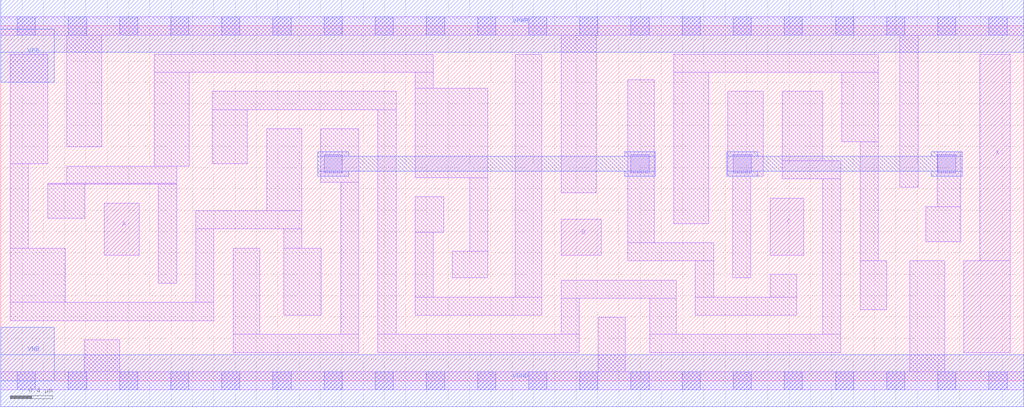
<source format=lef>
# Copyright 2020 The SkyWater PDK Authors
#
# Licensed under the Apache License, Version 2.0 (the "License");
# you may not use this file except in compliance with the License.
# You may obtain a copy of the License at
#
#     https://www.apache.org/licenses/LICENSE-2.0
#
# Unless required by applicable law or agreed to in writing, software
# distributed under the License is distributed on an "AS IS" BASIS,
# WITHOUT WARRANTIES OR CONDITIONS OF ANY KIND, either express or implied.
# See the License for the specific language governing permissions and
# limitations under the License.
#
# SPDX-License-Identifier: Apache-2.0

VERSION 5.5 ;
NAMESCASESENSITIVE ON ;
BUSBITCHARS "[]" ;
DIVIDERCHAR "/" ;
MACRO sky130_fd_sc_lp__xor3_1
  CLASS CORE ;
  SOURCE USER ;
  ORIGIN  0.000000  0.000000 ;
  SIZE  9.600000 BY  3.330000 ;
  SYMMETRY X Y R90 ;
  SITE unit ;
  PIN A
    ANTENNAGATEAREA  0.246000 ;
    DIRECTION INPUT ;
    USE SIGNAL ;
    PORT
      LAYER li1 ;
        RECT 0.970000 1.180000 1.300000 1.665000 ;
    END
  END A
  PIN B
    ANTENNAGATEAREA  0.729000 ;
    DIRECTION INPUT ;
    USE SIGNAL ;
    PORT
      LAYER li1 ;
        RECT 5.260000 1.180000 5.635000 1.515000 ;
    END
  END B
  PIN C
    ANTENNAGATEAREA  0.381000 ;
    DIRECTION INPUT ;
    USE SIGNAL ;
    PORT
      LAYER li1 ;
        RECT 7.220000 1.180000 7.535000 1.715000 ;
    END
  END C
  PIN X
    ANTENNADIFFAREA  0.598500 ;
    DIRECTION OUTPUT ;
    USE SIGNAL ;
    PORT
      LAYER li1 ;
        RECT 9.040000 0.265000 9.475000 1.125000 ;
        RECT 9.190000 1.125000 9.475000 3.065000 ;
    END
  END X
  PIN VGND
    DIRECTION INOUT ;
    USE GROUND ;
    PORT
      LAYER met1 ;
        RECT 0.000000 -0.245000 9.600000 0.245000 ;
    END
  END VGND
  PIN VNB
    DIRECTION INOUT ;
    USE GROUND ;
    PORT
      LAYER met1 ;
        RECT 0.000000 0.000000 0.500000 0.500000 ;
    END
  END VNB
  PIN VPB
    DIRECTION INOUT ;
    USE POWER ;
    PORT
      LAYER met1 ;
        RECT 0.000000 2.800000 0.500000 3.300000 ;
    END
  END VPB
  PIN VPWR
    DIRECTION INOUT ;
    USE POWER ;
    PORT
      LAYER met1 ;
        RECT 0.000000 3.085000 9.600000 3.575000 ;
    END
  END VPWR
  OBS
    LAYER li1 ;
      RECT 0.000000 -0.085000 9.600000 0.085000 ;
      RECT 0.000000  3.245000 9.600000 3.415000 ;
      RECT 0.090000  0.565000 2.000000 0.735000 ;
      RECT 0.090000  0.735000 0.605000 1.245000 ;
      RECT 0.090000  1.245000 0.260000 2.035000 ;
      RECT 0.090000  2.035000 0.440000 3.065000 ;
      RECT 0.440000  1.525000 0.790000 1.845000 ;
      RECT 0.440000  1.845000 1.650000 1.855000 ;
      RECT 0.620000  1.855000 1.650000 2.015000 ;
      RECT 0.620000  2.195000 0.950000 3.245000 ;
      RECT 0.785000  0.085000 1.115000 0.385000 ;
      RECT 1.440000  2.015000 1.770000 2.895000 ;
      RECT 1.440000  2.895000 4.060000 3.065000 ;
      RECT 1.480000  0.915000 1.650000 1.845000 ;
      RECT 1.830000  0.735000 2.000000 1.425000 ;
      RECT 1.830000  1.425000 2.825000 1.595000 ;
      RECT 1.985000  2.035000 2.315000 2.545000 ;
      RECT 1.985000  2.545000 3.710000 2.715000 ;
      RECT 2.180000  0.265000 3.360000 0.435000 ;
      RECT 2.180000  0.435000 2.430000 1.245000 ;
      RECT 2.495000  1.595000 2.825000 2.365000 ;
      RECT 2.655000  0.615000 3.010000 1.245000 ;
      RECT 2.655000  1.245000 2.825000 1.425000 ;
      RECT 3.005000  1.865000 3.360000 2.365000 ;
      RECT 3.190000  0.435000 3.360000 1.865000 ;
      RECT 3.540000  0.265000 5.430000 0.435000 ;
      RECT 3.540000  0.435000 3.710000 2.545000 ;
      RECT 3.890000  0.615000 5.080000 0.785000 ;
      RECT 3.890000  0.785000 4.060000 1.395000 ;
      RECT 3.890000  1.395000 4.160000 1.725000 ;
      RECT 3.890000  1.905000 4.570000 2.745000 ;
      RECT 3.890000  2.745000 4.060000 2.895000 ;
      RECT 4.240000  0.965000 4.570000 1.215000 ;
      RECT 4.400000  1.215000 4.570000 1.905000 ;
      RECT 4.830000  0.785000 5.080000 3.065000 ;
      RECT 5.260000  0.435000 5.430000 0.775000 ;
      RECT 5.260000  0.775000 6.340000 0.945000 ;
      RECT 5.260000  1.765000 5.590000 3.245000 ;
      RECT 5.610000  0.085000 5.860000 0.595000 ;
      RECT 5.885000  1.125000 6.690000 1.295000 ;
      RECT 5.885000  1.295000 6.135000 2.825000 ;
      RECT 6.090000  0.265000 7.885000 0.435000 ;
      RECT 6.090000  0.435000 6.340000 0.775000 ;
      RECT 6.315000  1.475000 6.645000 2.895000 ;
      RECT 6.315000  2.895000 8.235000 3.065000 ;
      RECT 6.520000  0.615000 7.470000 0.785000 ;
      RECT 6.520000  0.785000 6.690000 1.125000 ;
      RECT 6.825000  1.920000 7.155000 2.715000 ;
      RECT 6.870000  0.965000 7.040000 1.920000 ;
      RECT 7.220000  0.785000 7.470000 1.000000 ;
      RECT 7.335000  1.895000 7.885000 2.065000 ;
      RECT 7.335000  2.065000 7.715000 2.715000 ;
      RECT 7.715000  0.435000 7.885000 1.895000 ;
      RECT 7.895000  2.245000 8.235000 2.895000 ;
      RECT 8.065000  0.665000 8.315000 1.125000 ;
      RECT 8.065000  1.125000 8.235000 2.245000 ;
      RECT 8.440000  1.815000 8.610000 3.245000 ;
      RECT 8.530000  0.085000 8.860000 1.125000 ;
      RECT 8.680000  1.305000 9.010000 1.635000 ;
      RECT 8.790000  1.635000 9.010000 2.150000 ;
    LAYER mcon ;
      RECT 0.155000 -0.085000 0.325000 0.085000 ;
      RECT 0.155000  3.245000 0.325000 3.415000 ;
      RECT 0.635000 -0.085000 0.805000 0.085000 ;
      RECT 0.635000  3.245000 0.805000 3.415000 ;
      RECT 1.115000 -0.085000 1.285000 0.085000 ;
      RECT 1.115000  3.245000 1.285000 3.415000 ;
      RECT 1.595000 -0.085000 1.765000 0.085000 ;
      RECT 1.595000  3.245000 1.765000 3.415000 ;
      RECT 2.075000 -0.085000 2.245000 0.085000 ;
      RECT 2.075000  3.245000 2.245000 3.415000 ;
      RECT 2.555000 -0.085000 2.725000 0.085000 ;
      RECT 2.555000  3.245000 2.725000 3.415000 ;
      RECT 3.035000 -0.085000 3.205000 0.085000 ;
      RECT 3.035000  1.950000 3.205000 2.120000 ;
      RECT 3.035000  3.245000 3.205000 3.415000 ;
      RECT 3.515000 -0.085000 3.685000 0.085000 ;
      RECT 3.515000  3.245000 3.685000 3.415000 ;
      RECT 3.995000 -0.085000 4.165000 0.085000 ;
      RECT 3.995000  3.245000 4.165000 3.415000 ;
      RECT 4.475000 -0.085000 4.645000 0.085000 ;
      RECT 4.475000  3.245000 4.645000 3.415000 ;
      RECT 4.955000 -0.085000 5.125000 0.085000 ;
      RECT 4.955000  3.245000 5.125000 3.415000 ;
      RECT 5.435000 -0.085000 5.605000 0.085000 ;
      RECT 5.435000  3.245000 5.605000 3.415000 ;
      RECT 5.915000 -0.085000 6.085000 0.085000 ;
      RECT 5.915000  1.950000 6.085000 2.120000 ;
      RECT 5.915000  3.245000 6.085000 3.415000 ;
      RECT 6.395000 -0.085000 6.565000 0.085000 ;
      RECT 6.395000  3.245000 6.565000 3.415000 ;
      RECT 6.875000 -0.085000 7.045000 0.085000 ;
      RECT 6.875000  1.950000 7.045000 2.120000 ;
      RECT 6.875000  3.245000 7.045000 3.415000 ;
      RECT 7.355000 -0.085000 7.525000 0.085000 ;
      RECT 7.355000  3.245000 7.525000 3.415000 ;
      RECT 7.835000 -0.085000 8.005000 0.085000 ;
      RECT 7.835000  3.245000 8.005000 3.415000 ;
      RECT 8.315000 -0.085000 8.485000 0.085000 ;
      RECT 8.315000  3.245000 8.485000 3.415000 ;
      RECT 8.795000 -0.085000 8.965000 0.085000 ;
      RECT 8.795000  1.950000 8.965000 2.120000 ;
      RECT 8.795000  3.245000 8.965000 3.415000 ;
      RECT 9.275000 -0.085000 9.445000 0.085000 ;
      RECT 9.275000  3.245000 9.445000 3.415000 ;
    LAYER met1 ;
      RECT 2.975000 1.920000 3.265000 1.965000 ;
      RECT 2.975000 1.965000 6.145000 2.105000 ;
      RECT 2.975000 2.105000 3.265000 2.150000 ;
      RECT 5.855000 1.920000 6.145000 1.965000 ;
      RECT 5.855000 2.105000 6.145000 2.150000 ;
      RECT 6.815000 1.920000 7.105000 1.965000 ;
      RECT 6.815000 1.965000 9.025000 2.105000 ;
      RECT 6.815000 2.105000 7.105000 2.150000 ;
      RECT 8.735000 1.920000 9.025000 1.965000 ;
      RECT 8.735000 2.105000 9.025000 2.150000 ;
  END
END sky130_fd_sc_lp__xor3_1
END LIBRARY

</source>
